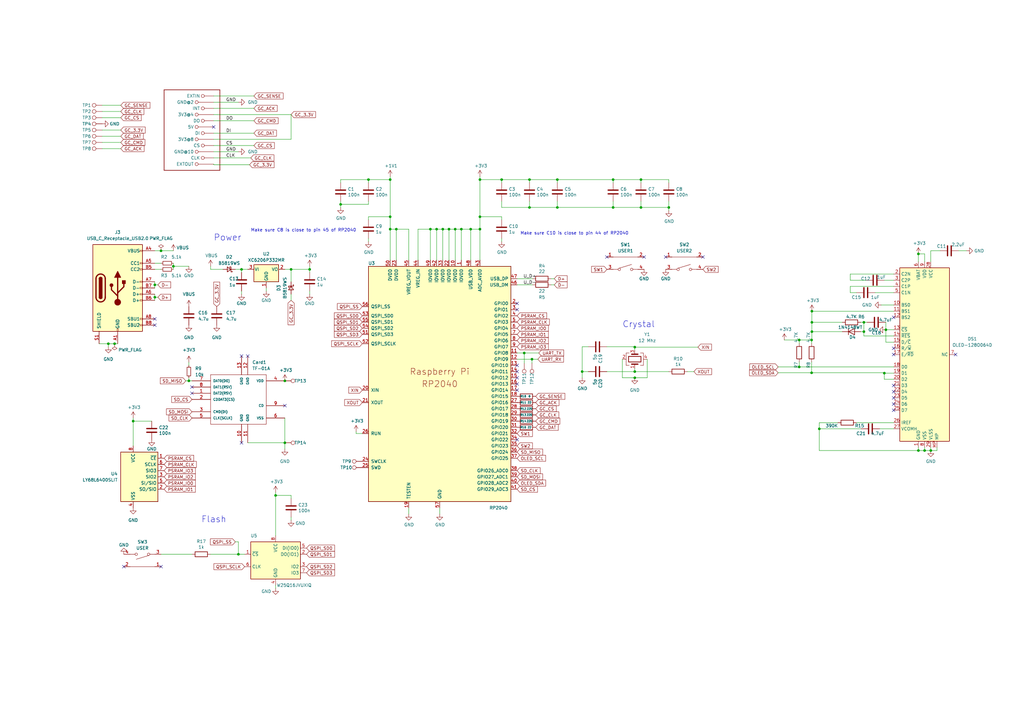
<source format=kicad_sch>
(kicad_sch (version 20250114) (generator "eeschema") (generator_version "9.0")
  (paper "A3")
  (text "Make sure C8 is close to pin 45 of RP2040" (at 102.87 95.25 0) (effects (font (size 1.27 1.27)) (justify left bottom)))
  (text "Flash" (at 82.55 214.63 0) (effects (font (size 2.54 2.54)) (justify left bottom)))
  (text "Crystal" (at 255.27 134.62 0) (effects (font (size 2.54 2.54)) (justify left bottom)))
  (text "Power" (at 87.63 99.06 0) (effects (font (size 2.54 2.54)) (justify left bottom)))
  (text "Make sure C10 is close to pin 44 of RP2040" (at 213.36 96.52 0) (effects (font (size 1.27 1.27)) (justify left bottom)))
  (junction (at 215.011 144.78))
  (junction (at 44.45 140.97))
  (junction (at 251.46 73.66))
  (junction (at 218.186 147.32))
  (junction (at 189.23 93.98))
  (junction (at 262.89 73.66))
  (junction (at 205.74 73.66))
  (junction (at 327.787 139.446))
  (junction (at 116.84 156.21))
  (junction (at 260.35 152.4))
  (junction (at 186.69 93.98))
  (junction (at 274.32 85.09))
  (junction (at 251.46 85.09))
  (junction (at 160.02 93.98))
  (junction (at 77.47 156.21))
  (junction (at 63.5 121.92))
  (junction (at 196.85 88.9))
  (junction (at 354.33 132.207))
  (junction (at 176.53 93.98))
  (junction (at 379.222 184.785))
  (junction (at 260.35 154.94))
  (junction (at 336.042 175.895))
  (junction (at 113.03 203.2))
  (junction (at 362.712 153.035))
  (junction (at 193.04 93.98))
  (junction (at 354.33 136.017))
  (junction (at 54.61 172.72))
  (junction (at 228.6 85.09))
  (junction (at 139.7 83.82))
  (junction (at 217.17 73.66))
  (junction (at 97.79 227.33))
  (junction (at 262.89 85.09))
  (junction (at 196.85 93.98))
  (junction (at 66.04 102.87))
  (junction (at 376.682 184.785))
  (junction (at 332.867 152.908))
  (junction (at 327.787 150.495))
  (junction (at 260.35 142.367))
  (junction (at 71.12 109.22))
  (junction (at 46.99 140.97))
  (junction (at 119.38 110.49))
  (junction (at 363.347 135.255))
  (junction (at 162.56 93.98))
  (junction (at 127 110.49))
  (junction (at 63.5 116.84))
  (junction (at 196.85 73.66))
  (junction (at 184.15 93.98))
  (junction (at 160.02 88.9))
  (junction (at 160.02 73.66))
  (junction (at 99.06 110.49))
  (junction (at 381.762 184.785))
  (junction (at 228.6 73.66))
  (junction (at 332.867 139.446))
  (junction (at 332.994 127.635))
  (junction (at 238.76 152.4))
  (junction (at 217.17 85.09))
  (junction (at 151.13 73.66))
  (junction (at 332.994 136.017))
  (junction (at 179.07 93.98))
  (junction (at 116.84 181.61))
  (junction (at 181.61 93.98))
  (junction (at 332.994 132.207))
  (junction (at 376.682 104.14))
  (no_connect (at 264.16 105.41))
  (no_connect (at 101.6 146.05))
  (no_connect (at 99.06 181.61))
  (no_connect (at 63.5 130.81))
  (no_connect (at 288.29 105.41))
  (no_connect (at 212.09 124.46))
  (no_connect (at 116.84 166.37))
  (no_connect (at 212.09 149.86))
  (no_connect (at 212.09 160.02))
  (no_connect (at 78.74 158.75))
  (no_connect (at 366.522 158.115))
  (no_connect (at 248.92 105.41))
  (no_connect (at 66.04 232.41))
  (no_connect (at 212.09 127))
  (no_connect (at 366.522 160.655))
  (no_connect (at 78.74 161.29))
  (no_connect (at 366.522 163.195))
  (no_connect (at 366.522 145.415))
  (no_connect (at 212.09 157.48))
  (no_connect (at 212.09 152.4))
  (no_connect (at 63.5 133.35))
  (no_connect (at 212.09 154.94))
  (no_connect (at 366.522 168.275))
  (no_connect (at 50.8 232.41))
  (no_connect (at 99.06 146.05))
  (no_connect (at 212.09 180.34))
  (no_connect (at 273.05 105.41))
  (no_connect (at 87.63 52.07))
  (no_connect (at 391.922 145.415))
  (no_connect (at 366.522 142.875))
  (no_connect (at 366.522 165.735))
  (no_connect (at 366.522 130.175))
  (wire (pts (xy 160.02 72.39) (xy 160.02 73.66)))
  (wire (pts (xy 99.06 110.49) (xy 101.6 110.49)))
  (wire (pts (xy 162.56 106.68) (xy 162.56 93.98)))
  (wire (pts (xy 181.61 106.68) (xy 181.61 93.98)))
  (wire (pts (xy 218.186 147.32) (xy 218.186 148.971)))
  (wire (pts (xy 49.53 48.26) (xy 41.91 48.26)))
  (wire (pts (xy 348.742 114.935) (xy 355.092 114.935)))
  (wire (pts (xy 327.787 148.463) (xy 327.787 150.495)))
  (wire (pts (xy 54.61 172.72) (xy 54.61 182.88)))
  (wire (pts (xy 228.6 73.66) (xy 251.46 73.66)))
  (wire (pts (xy 160.02 88.9) (xy 160.02 93.98)))
  (wire (pts (xy 54.61 172.72) (xy 62.23 172.72)))
  (wire (pts (xy 139.7 73.66) (xy 151.13 73.66)))
  (wire (pts (xy 49.53 60.96) (xy 41.91 60.96)))
  (wire (pts (xy 87.63 49.53) (xy 104.14 49.53)))
  (wire (pts (xy 362.712 152.908) (xy 362.712 153.035)))
  (wire (pts (xy 66.04 102.87) (xy 71.12 102.87)))
  (wire (pts (xy 86.36 109.22) (xy 86.36 110.49)))
  (wire (pts (xy 228.6 74.93) (xy 228.6 73.66)))
  (wire (pts (xy 381.762 183.515) (xy 381.762 184.785)))
  (wire (pts (xy 348.742 112.395) (xy 348.742 114.935)))
  (wire (pts (xy 360.807 175.895) (xy 366.522 175.895)))
  (wire (pts (xy 381.762 102.87) (xy 381.762 107.315)))
  (wire (pts (xy 151.13 73.66) (xy 160.02 73.66)))
  (wire (pts (xy 220.98 144.78) (xy 215.011 144.78)))
  (wire (pts (xy 151.13 90.17) (xy 151.13 88.9)))
  (wire (pts (xy 354.33 136.017) (xy 354.33 132.207)))
  (wire (pts (xy 205.74 74.93) (xy 205.74 73.66)))
  (wire (pts (xy 274.32 85.09) (xy 274.32 86.36)))
  (wire (pts (xy 49.53 43.18) (xy 41.91 43.18)))
  (wire (pts (xy 265.43 154.94) (xy 260.35 154.94)))
  (wire (pts (xy 376.682 104.14) (xy 376.682 107.315)))
  (wire (pts (xy 363.347 135.255) (xy 363.347 140.335)))
  (wire (pts (xy 332.994 136.017) (xy 332.994 139.446)))
  (wire (pts (xy 186.69 93.98) (xy 189.23 93.98)))
  (wire (pts (xy 116.84 181.61) (xy 116.84 184.15)))
  (wire (pts (xy 376.682 184.785) (xy 376.682 183.515)))
  (wire (pts (xy 119.38 57.15) (xy 119.38 46.99)))
  (wire (pts (xy 205.74 97.79) (xy 205.74 99.06)))
  (wire (pts (xy 362.712 153.035) (xy 362.712 155.575)))
  (wire (pts (xy 351.282 173.355) (xy 366.522 173.355)))
  (wire (pts (xy 332.994 127.635) (xy 366.522 127.635)))
  (wire (pts (xy 319.151 152.908) (xy 332.867 152.908)))
  (wire (pts (xy 49.53 45.72) (xy 41.91 45.72)))
  (wire (pts (xy 332.867 148.463) (xy 332.867 152.908)))
  (wire (pts (xy 260.35 143.51) (xy 260.35 142.367)))
  (wire (pts (xy 336.042 175.895) (xy 336.042 173.355)))
  (wire (pts (xy 184.15 106.68) (xy 184.15 93.98)))
  (wire (pts (xy 87.63 67.564) (xy 87.63 67.31)))
  (wire (pts (xy 119.38 212.09) (xy 119.38 213.36)))
  (wire (pts (xy 205.74 90.17) (xy 205.74 88.9)))
  (wire (pts (xy 151.13 97.79) (xy 151.13 99.06)))
  (wire (pts (xy 332.994 139.446) (xy 332.867 139.446)))
  (wire (pts (xy 87.63 39.37) (xy 104.14 39.37)))
  (wire (pts (xy 228.6 82.55) (xy 228.6 85.09)))
  (wire (pts (xy 348.742 120.015) (xy 351.282 120.015)))
  (wire (pts (xy 362.712 153.035) (xy 366.522 153.035)))
  (wire (pts (xy 260.35 142.367) (xy 286.258 142.367)))
  (wire (pts (xy 251.46 73.66) (xy 262.89 73.66)))
  (wire (pts (xy 49.53 58.42) (xy 41.91 58.42)))
  (wire (pts (xy 162.56 93.98) (xy 160.02 93.98)))
  (wire (pts (xy 113.03 240.03) (xy 113.03 241.3)))
  (wire (pts (xy 63.5 121.92) (xy 63.5 123.19)))
  (wire (pts (xy 49.53 53.34) (xy 41.91 53.34)))
  (wire (pts (xy 327.787 150.495) (xy 366.522 150.495)))
  (wire (pts (xy 97.79 227.33) (xy 100.33 227.33)))
  (wire (pts (xy 87.63 44.45) (xy 104.14 44.45)))
  (wire (pts (xy 196.85 73.66) (xy 196.85 88.9)))
  (wire (pts (xy 184.15 93.98) (xy 186.69 93.98)))
  (wire (pts (xy 146.05 177.8) (xy 148.59 177.8)))
  (wire (pts (xy 160.02 93.98) (xy 160.02 106.68)))
  (wire (pts (xy 384.302 183.515) (xy 384.302 184.785)))
  (wire (pts (xy 393.192 102.87) (xy 396.367 102.87)))
  (wire (pts (xy 255.27 154.94) (xy 255.27 147.32)))
  (wire (pts (xy 196.85 88.9) (xy 196.85 93.98)))
  (wire (pts (xy 146.05 177.038) (xy 146.05 177.8)))
  (wire (pts (xy 87.63 64.77) (xy 102.87 64.77)))
  (wire (pts (xy 139.7 74.93) (xy 139.7 73.66)))
  (wire (pts (xy 363.347 140.335) (xy 366.522 140.335)))
  (wire (pts (xy 381.762 184.785) (xy 379.222 184.785)))
  (wire (pts (xy 179.07 106.68) (xy 179.07 93.98)))
  (wire (pts (xy 217.17 73.66) (xy 228.6 73.66)))
  (wire (pts (xy 139.7 83.82) (xy 139.7 85.09)))
  (wire (pts (xy 281.94 152.4) (xy 284.607 152.4)))
  (wire (pts (xy 385.572 102.87) (xy 381.762 102.87)))
  (wire (pts (xy 241.3 142.24) (xy 238.76 142.24)))
  (wire (pts (xy 176.53 93.98) (xy 179.07 93.98)))
  (wire (pts (xy 265.43 147.32) (xy 265.43 154.94)))
  (wire (pts (xy 49.53 55.88) (xy 41.91 55.88)))
  (wire (pts (xy 87.63 54.61) (xy 104.14 54.61)))
  (wire (pts (xy 87.63 59.69) (xy 104.14 59.69)))
  (wire (pts (xy 220.599 147.32) (xy 218.186 147.32)))
  (wire (pts (xy 262.89 73.66) (xy 274.32 73.66)))
  (wire (pts (xy 99.06 119.38) (xy 99.06 120.65)))
  (wire (pts (xy 189.23 93.98) (xy 189.23 106.68)))
  (wire (pts (xy 40.64 140.97) (xy 44.45 140.97)))
  (wire (pts (xy 260.35 152.4) (xy 274.32 152.4)))
  (wire (pts (xy 119.38 120.65) (xy 119.38 123.19)))
  (wire (pts (xy 63.5 116.84) (xy 63.5 118.11)))
  (wire (pts (xy 87.63 62.23) (xy 97.79 62.23)))
  (wire (pts (xy 366.522 135.255) (xy 363.347 135.255)))
  (wire (pts (xy 63.5 120.65) (xy 63.5 121.92)))
  (wire (pts (xy 176.53 106.68) (xy 176.53 93.98)))
  (wire (pts (xy 167.64 106.68) (xy 167.64 93.98)))
  (wire (pts (xy 78.74 227.33) (xy 66.04 227.33)))
  (wire (pts (xy 196.85 73.66) (xy 205.74 73.66)))
  (wire (pts (xy 76.2 156.21) (xy 77.47 156.21)))
  (wire (pts (xy 139.7 82.55) (xy 139.7 83.82)))
  (wire (pts (xy 363.347 132.207) (xy 363.347 135.255)))
  (wire (pts (xy 361.442 125.095) (xy 366.522 125.095)))
  (wire (pts (xy 71.12 107.95) (xy 71.12 109.22)))
  (wire (pts (xy 119.38 204.47) (xy 119.38 203.2)))
  (wire (pts (xy 181.61 93.98) (xy 184.15 93.98)))
  (wire (pts (xy 218.186 147.32) (xy 212.09 147.32)))
  (wire (pts (xy 327.787 139.446) (xy 321.691 139.446)))
  (wire (pts (xy 63.5 110.49) (xy 66.04 110.49)))
  (wire (pts (xy 228.6 85.09) (xy 217.17 85.09)))
  (wire (pts (xy 332.867 139.446) (xy 332.867 140.843)))
  (wire (pts (xy 379.222 104.14) (xy 376.682 104.14)))
  (wire (pts (xy 238.76 152.4) (xy 238.76 154.94)))
  (wire (pts (xy 354.33 132.207) (xy 353.06 132.207)))
  (wire (pts (xy 151.13 83.82) (xy 151.13 82.55)))
  (wire (pts (xy 127 111.76) (xy 127 110.49)))
  (wire (pts (xy 180.34 208.28) (xy 180.34 210.82)))
  (wire (pts (xy 358.902 120.015) (xy 366.522 120.015)))
  (wire (pts (xy 217.17 85.09) (xy 205.74 85.09)))
  (wire (pts (xy 101.6 181.61) (xy 116.84 181.61)))
  (wire (pts (xy 44.45 140.97) (xy 44.45 142.24)))
  (wire (pts (xy 228.6 85.09) (xy 251.46 85.09)))
  (wire (pts (xy 353.187 175.895) (xy 336.042 175.895)))
  (wire (pts (xy 215.011 144.78) (xy 215.011 148.971)))
  (wire (pts (xy 262.89 74.93) (xy 262.89 73.66)))
  (wire (pts (xy 274.32 74.93) (xy 274.32 73.66)))
  (wire (pts (xy 171.45 106.68) (xy 171.45 93.98)))
  (wire (pts (xy 332.994 136.017) (xy 345.44 136.017)))
  (wire (pts (xy 366.522 117.475) (xy 348.742 117.475)))
  (wire (pts (xy 260.35 151.13) (xy 260.35 152.4)))
  (wire (pts (xy 327.787 140.843) (xy 327.787 139.446)))
  (wire (pts (xy 376.682 184.785) (xy 336.042 184.785)))
  (wire (pts (xy 196.85 93.98) (xy 196.85 106.68)))
  (wire (pts (xy 336.042 184.785) (xy 336.042 175.895)))
  (wire (pts (xy 99.06 110.49) (xy 99.06 111.76)))
  (wire (pts (xy 119.38 110.49) (xy 127 110.49)))
  (wire (pts (xy 87.63 57.15) (xy 119.38 57.15)))
  (wire (pts (xy 274.32 82.55) (xy 274.32 85.09)))
  (wire (pts (xy 193.04 93.98) (xy 196.85 93.98)))
  (wire (pts (xy 226.06 114.3) (xy 227.33 114.3)))
  (wire (pts (xy 332.994 132.207) (xy 332.994 127.635)))
  (wire (pts (xy 127 110.49) (xy 127 109.22)))
  (wire (pts (xy 196.85 88.9) (xy 205.74 88.9)))
  (wire (pts (xy 376.682 184.785) (xy 379.222 184.785)))
  (wire (pts (xy 116.84 171.45) (xy 116.84 181.61)))
  (wire (pts (xy 63.5 121.92) (xy 64.77 121.92)))
  (wire (pts (xy 215.011 144.78) (xy 212.09 144.78)))
  (wire (pts (xy 77.47 154.94) (xy 77.47 156.21)))
  (wire (pts (xy 97.79 222.25) (xy 97.79 227.33)))
  (wire (pts (xy 160.02 73.66) (xy 160.02 88.9)))
  (wire (pts (xy 179.07 93.98) (xy 181.61 93.98)))
  (wire (pts (xy 96.52 110.49) (xy 99.06 110.49)))
  (wire (pts (xy 379.222 104.14) (xy 379.222 107.315)))
  (wire (pts (xy 171.45 93.98) (xy 176.53 93.98)))
  (wire (pts (xy 251.46 82.55) (xy 251.46 85.09)))
  (wire (pts (xy 332.994 132.207) (xy 345.44 132.207)))
  (wire (pts (xy 119.38 110.49) (xy 119.38 115.57)))
  (wire (pts (xy 362.712 114.935) (xy 366.522 114.935)))
  (wire (pts (xy 217.17 74.93) (xy 217.17 73.66)))
  (wire (pts (xy 260.35 154.94) (xy 255.27 154.94)))
  (wire (pts (xy 71.12 109.22) (xy 77.47 109.22)))
  (wire (pts (xy 262.89 85.09) (xy 251.46 85.09)))
  (wire (pts (xy 332.994 132.207) (xy 332.994 136.017)))
  (wire (pts (xy 260.35 142.367) (xy 260.35 142.24)))
  (wire (pts (xy 77.47 148.59) (xy 77.47 149.86)))
  (wire (pts (xy 127 119.38) (xy 127 120.65)))
  (wire (pts (xy 193.04 106.68) (xy 193.04 93.98)))
  (wire (pts (xy 362.712 155.575) (xy 366.522 155.575)))
  (wire (pts (xy 151.13 74.93) (xy 151.13 73.66)))
  (wire (pts (xy 262.89 82.55) (xy 262.89 85.09)))
  (wire (pts (xy 186.69 106.68) (xy 186.69 93.98)))
  (wire (pts (xy 354.33 137.795) (xy 366.522 137.795)))
  (wire (pts (xy 113.03 203.2) (xy 113.03 219.71)))
  (wire (pts (xy 109.22 118.11) (xy 109.22 119.38)))
  (wire (pts (xy 77.47 156.21) (xy 78.74 156.21)))
  (wire (pts (xy 379.222 184.785) (xy 379.222 183.515)))
  (wire (pts (xy 336.042 173.355) (xy 343.662 173.355)))
  (wire (pts (xy 354.33 137.795) (xy 354.33 136.017)))
  (wire (pts (xy 327.787 139.446) (xy 332.867 139.446)))
  (wire (pts (xy 189.23 93.98) (xy 193.04 93.98)))
  (wire (pts (xy 54.61 171.45) (xy 54.61 172.72)))
  (wire (pts (xy 262.89 85.09) (xy 274.32 85.09)))
  (wire (pts (xy 366.522 112.395) (xy 348.742 112.395)))
  (wire (pts (xy 87.63 46.99) (xy 119.38 46.99)))
  (wire (pts (xy 332.867 152.908) (xy 362.712 152.908)))
  (wire (pts (xy 353.06 136.017) (xy 354.33 136.017)))
  (wire (pts (xy 71.12 109.22) (xy 71.12 110.49)))
  (wire (pts (xy 139.7 83.82) (xy 151.13 83.82)))
  (wire (pts (xy 205.74 82.55) (xy 205.74 85.09)))
  (wire (pts (xy 205.74 73.66) (xy 217.17 73.66)))
  (wire (pts (xy 87.63 41.91) (xy 97.79 41.91)))
  (wire (pts (xy 44.45 140.97) (xy 46.99 140.97)))
  (wire (pts (xy 212.09 116.84) (xy 218.44 116.84)))
  (wire (pts (xy 384.302 184.785) (xy 381.762 184.785)))
  (wire (pts (xy 196.85 72.39) (xy 196.85 73.66)))
  (wire (pts (xy 63.5 107.95) (xy 66.04 107.95)))
  (wire (pts (xy 251.46 74.93) (xy 251.46 73.66)))
  (wire (pts (xy 63.5 116.84) (xy 64.77 116.84)))
  (wire (pts (xy 86.36 227.33) (xy 97.79 227.33)))
  (wire (pts (xy 348.742 117.475) (xy 348.742 120.015)))
  (wire (pts (xy 248.92 152.4) (xy 260.35 152.4)))
  (wire (pts (xy 217.17 82.55) (xy 217.17 85.09)))
  (wire (pts (xy 167.64 93.98) (xy 162.56 93.98)))
  (wire (pts (xy 226.06 116.84) (xy 227.33 116.84)))
  (wire (pts (xy 96.52 222.25) (xy 97.79 222.25)))
  (wire (pts (xy 102.362 67.564) (xy 87.63 67.564)))
  (wire (pts (xy 151.13 88.9) (xy 160.02 88.9)))
  (wire (pts (xy 319.151 150.495) (xy 327.787 150.495)))
  (wire (pts (xy 354.33 132.207) (xy 355.6 132.207)))
  (wire (pts (xy 238.76 142.24) (xy 238.76 152.4)))
  (wire (pts (xy 86.36 110.49) (xy 91.44 110.49)))
  (wire (pts (xy 248.92 142.24) (xy 260.35 142.24)))
  (wire (pts (xy 119.38 203.2) (xy 113.03 203.2)))
  (wire (pts (xy 116.84 110.49) (xy 119.38 110.49)))
  (wire (pts (xy 63.5 102.87) (xy 66.04 102.87)))
  (wire (pts (xy 363.347 132.207) (xy 363.22 132.207)))
  (wire (pts (xy 241.3 152.4) (xy 238.76 152.4)))
  (wire (pts (xy 46.99 140.97) (xy 48.26 140.97)))
  (wire (pts (xy 113.03 201.93) (xy 113.03 203.2)))
  (wire (pts (xy 212.09 114.3) (xy 218.44 114.3)))
  (wire (pts (xy 63.5 115.57) (xy 63.5 116.84)))
  (wire (pts (xy 167.64 208.28) (xy 167.64 210.82)))
  (label "DI" (at 92.71 54.61 0))
  (label "DO" (at 92.71 49.53 0))
  (label "GND" (at 92.71 41.91 0))
  (label "U_D-" (at 214.63 116.84 0))
  (label "GND" (at 92.71 62.23 0))
  (label "U_D+" (at 214.63 114.3 0))
  (label "CLK" (at 92.71 64.77 0))
  (label "CS" (at 92.71 59.69 0))
  (global_label "XOUT" (shape input) (at 148.59 165.1 180) (property "Intersheetrefs" "${INTERSHEET_REFS}" (effects (hide yes))))
  (global_label "SD_MOSI" (shape input) (at 212.09 195.58 0) (property "Intersheetrefs" "${INTERSHEET_REFS}" (effects (hide yes))))
  (global_label "GC_3.3V" (shape input) (at 119.38 46.99 0) (property "Intersheetrefs" "${INTERSHEET_REFS}" (effects (hide yes))))
  (global_label "OLED_SDA" (shape input) (at 212.09 198.12 0) (property "Intersheetrefs" "${INTERSHEET_REFS}" (effects (hide yes))))
  (global_label "QSPI_SCLK" (shape input) (at 148.59 140.97 180) (property "Intersheetrefs" "${INTERSHEET_REFS}" (effects (hide yes))))
  (global_label "GC_ACK" (shape input) (at 49.53 60.96 0) (property "Intersheetrefs" "${INTERSHEET_REFS}" (effects (hide yes))))
  (global_label "GC_CS" (shape input) (at 49.53 48.26 0) (property "Intersheetrefs" "${INTERSHEET_REFS}" (effects (hide yes))))
  (global_label "PSRAM_IO3" (shape input) (at 212.09 142.24 0) (property "Intersheetrefs" "${INTERSHEET_REFS}" (effects (hide yes))))
  (global_label "D+" (shape input) (at 64.77 121.92 0) (property "Intersheetrefs" "${INTERSHEET_REFS}" (effects (hide yes))))
  (global_label "QSPI_SD1" (shape input) (at 148.59 132.08 180) (property "Intersheetrefs" "${INTERSHEET_REFS}" (effects (hide yes))))
  (global_label "PSRAM_IO0" (shape input) (at 67.31 198.12 0) (property "Intersheetrefs" "${INTERSHEET_REFS}" (effects (hide yes))))
  (global_label "SW2" (shape input) (at 212.09 182.88 0) (property "Intersheetrefs" "${INTERSHEET_REFS}" (effects (hide yes))))
  (global_label "PSRAM_CLK" (shape input) (at 67.31 190.5 0) (property "Intersheetrefs" "${INTERSHEET_REFS}" (effects (hide yes))))
  (global_label "PSRAM_CS" (shape input) (at 212.09 129.54 0) (property "Intersheetrefs" "${INTERSHEET_REFS}" (effects (hide yes))))
  (global_label "QSPI_SS" (shape input) (at 96.52 222.25 180) (property "Intersheetrefs" "${INTERSHEET_REFS}" (effects (hide yes))))
  (global_label "GC_SENSE" (shape input) (at 49.53 43.18 0) (property "Intersheetrefs" "${INTERSHEET_REFS}" (effects (hide yes))))
  (global_label "GC_CMD" (shape input) (at 219.71 172.72 0) (property "Intersheetrefs" "${INTERSHEET_REFS}" (effects (hide yes))))
  (global_label "QSPI_SD2" (shape input) (at 125.73 232.41 0) (property "Intersheetrefs" "${INTERSHEET_REFS}" (effects (hide yes))))
  (global_label "OLED_SCL" (shape input) (at 212.09 187.96 0) (property "Intersheetrefs" "${INTERSHEET_REFS}" (effects (hide yes))))
  (global_label "SD_MISO" (shape input) (at 76.2 156.21 180) (property "Intersheetrefs" "${INTERSHEET_REFS}" (effects (hide yes))))
  (global_label "GC_DAT" (shape input) (at 104.14 54.61 0) (property "Intersheetrefs" "${INTERSHEET_REFS}" (effects (hide yes))))
  (global_label "PSRAM_CLK" (shape input) (at 212.09 132.08 0) (property "Intersheetrefs" "${INTERSHEET_REFS}" (effects (hide yes))))
  (global_label "SD_CLK" (shape input) (at 212.09 193.04 0) (property "Intersheetrefs" "${INTERSHEET_REFS}" (effects (hide yes))))
  (global_label "GC_CLK" (shape input) (at 49.53 45.72 0) (property "Intersheetrefs" "${INTERSHEET_REFS}" (effects (hide yes))))
  (global_label "PSRAM_CS" (shape input) (at 67.31 187.96 0) (property "Intersheetrefs" "${INTERSHEET_REFS}" (effects (hide yes))))
  (global_label "QSPI_SD0" (shape input) (at 125.73 224.79 0) (property "Intersheetrefs" "${INTERSHEET_REFS}" (effects (hide yes))))
  (global_label "XIN" (shape input) (at 286.258 142.367 0) (property "Intersheetrefs" "${INTERSHEET_REFS}" (effects (hide yes))))
  (global_label "SW2" (shape input) (at 288.29 110.49 0) (property "Intersheetrefs" "${INTERSHEET_REFS}" (effects (hide yes))))
  (global_label "XIN" (shape input) (at 148.59 160.02 180) (property "Intersheetrefs" "${INTERSHEET_REFS}" (effects (hide yes))))
  (global_label "GC_SENSE" (shape input) (at 104.14 39.37 0) (property "Intersheetrefs" "${INTERSHEET_REFS}" (effects (hide yes))))
  (global_label "GC_CS" (shape input) (at 219.71 167.64 0) (property "Intersheetrefs" "${INTERSHEET_REFS}" (effects (hide yes))))
  (global_label "PSRAM_IO2" (shape input) (at 67.31 195.58 0) (property "Intersheetrefs" "${INTERSHEET_REFS}" (effects (hide yes))))
  (global_label "QSPI_SS" (shape input) (at 148.59 125.73 180) (property "Intersheetrefs" "${INTERSHEET_REFS}" (effects (hide yes))))
  (global_label "SW1" (shape input) (at 248.92 110.49 180) (property "Intersheetrefs" "${INTERSHEET_REFS}" (effects (hide yes))))
  (global_label "SD_MISO" (shape input) (at 212.09 185.42 0) (property "Intersheetrefs" "${INTERSHEET_REFS}" (effects (hide yes))))
  (global_label "PSRAM_IO2" (shape input) (at 212.09 139.7 0) (property "Intersheetrefs" "${INTERSHEET_REFS}" (effects (hide yes))))
  (global_label "SW1" (shape input) (at 212.09 177.8 0) (property "Intersheetrefs" "${INTERSHEET_REFS}" (effects (hide yes))))
  (global_label "OLED_SDA" (shape input) (at 319.151 152.908 180) (property "Intersheetrefs" "${INTERSHEET_REFS}" (effects (hide yes))))
  (global_label "QSPI_SD3" (shape input) (at 125.73 234.95 0) (property "Intersheetrefs" "${INTERSHEET_REFS}" (effects (hide yes))))
  (global_label "GC_CLK" (shape input) (at 102.87 64.77 0) (property "Intersheetrefs" "${INTERSHEET_REFS}" (effects (hide yes))))
  (global_label "PSRAM_IO1" (shape input) (at 67.31 200.66 0) (property "Intersheetrefs" "${INTERSHEET_REFS}" (effects (hide yes))))
  (global_label "SD_CLK" (shape input) (at 78.74 171.45 180) (property "Intersheetrefs" "${INTERSHEET_REFS}" (effects (hide yes))))
  (global_label "PSRAM_IO1" (shape input) (at 212.09 137.16 0) (property "Intersheetrefs" "${INTERSHEET_REFS}" (effects (hide yes))))
  (global_label "GC_CMD" (shape input) (at 104.14 49.53 0) (property "Intersheetrefs" "${INTERSHEET_REFS}" (effects (hide yes))))
  (global_label "UART_TX" (shape input) (at 220.98 144.78 0) (property "Intersheetrefs" "${INTERSHEET_REFS}" (effects (hide yes))))
  (global_label "GC_3.3V" (shape input) (at 102.362 67.564 0) (property "Intersheetrefs" "${INTERSHEET_REFS}" (effects (hide yes))))
  (global_label "PSRAM_IO3" (shape input) (at 67.31 193.04 0) (property "Intersheetrefs" "${INTERSHEET_REFS}" (effects (hide yes))))
  (global_label "GC_DAT" (shape input) (at 219.71 175.26 0) (property "Intersheetrefs" "${INTERSHEET_REFS}" (effects (hide yes))))
  (global_label "SD_CS" (shape input) (at 78.74 163.83 180) (property "Intersheetrefs" "${INTERSHEET_REFS}" (effects (hide yes))))
  (global_label "SD_CS" (shape input) (at 212.09 200.66 0) (property "Intersheetrefs" "${INTERSHEET_REFS}" (effects (hide yes))))
  (global_label "GC_CS" (shape input) (at 104.14 59.69 0) (property "Intersheetrefs" "${INTERSHEET_REFS}" (effects (hide yes))))
  (global_label "QSPI_SD1" (shape input) (at 125.73 227.33 0) (property "Intersheetrefs" "${INTERSHEET_REFS}" (effects (hide yes))))
  (global_label "GC_3.3V" (shape input) (at 88.9 125.73 90) (property "Intersheetrefs" "${INTERSHEET_REFS}" (effects (hide yes))))
  (global_label "GC_ACK" (shape input) (at 104.14 44.45 0) (property "Intersheetrefs" "${INTERSHEET_REFS}" (effects (hide yes))))
  (global_label "GC_3.3V" (shape input) (at 119.38 123.19 270) (property "Intersheetrefs" "${INTERSHEET_REFS}" (effects (hide yes))))
  (global_label "GC_CLK" (shape input) (at 219.71 170.18 0) (property "Intersheetrefs" "${INTERSHEET_REFS}" (effects (hide yes))))
  (global_label "QSPI_SCLK" (shape input) (at 100.33 232.41 180) (property "Intersheetrefs" "${INTERSHEET_REFS}" (effects (hide yes))))
  (global_label "D-" (shape input) (at 227.33 116.84 0) (property "Intersheetrefs" "${INTERSHEET_REFS}" (effects (hide yes))))
  (global_label "QSPI_SD2" (shape input) (at 148.59 134.62 180) (property "Intersheetrefs" "${INTERSHEET_REFS}" (effects (hide yes))))
  (global_label "GC_SENSE" (shape input) (at 219.71 162.56 0) (property "Intersheetrefs" "${INTERSHEET_REFS}" (effects (hide yes))))
  (global_label "UART_RX" (shape input) (at 220.599 147.32 0) (property "Intersheetrefs" "${INTERSHEET_REFS}" (effects (hide yes))))
  (global_label "QSPI_SD0" (shape input) (at 148.59 129.54 180) (property "Intersheetrefs" "${INTERSHEET_REFS}" (effects (hide yes))))
  (global_label "OLED_SCL" (shape input) (at 319.151 150.495 180) (property "Intersheetrefs" "${INTERSHEET_REFS}" (effects (hide yes))))
  (global_label "GC_ACK" (shape input) (at 219.71 165.1 0) (property "Intersheetrefs" "${INTERSHEET_REFS}" (effects (hide yes))))
  (global_label "GC_CMD" (shape input) (at 49.53 58.42 0) (property "Intersheetrefs" "${INTERSHEET_REFS}" (effects (hide yes))))
  (global_label "GC_3.3V" (shape input) (at 49.53 53.34 0) (property "Intersheetrefs" "${INTERSHEET_REFS}" (effects (hide yes))))
  (global_label "QSPI_SD3" (shape input) (at 148.59 137.16 180) (property "Intersheetrefs" "${INTERSHEET_REFS}" (effects (hide yes))))
  (global_label "GC_DAT" (shape input) (at 49.53 55.88 0) (property "Intersheetrefs" "${INTERSHEET_REFS}" (effects (hide yes))))
  (global_label "D-" (shape input) (at 64.77 116.84 0) (property "Intersheetrefs" "${INTERSHEET_REFS}" (effects (hide yes))))
  (global_label "XOUT" (shape input) (at 284.607 152.4 0) (property "Intersheetrefs" "${INTERSHEET_REFS}" (effects (hide yes))))
  (global_label "PSRAM_IO0" (shape input) (at 212.09 134.62 0) (property "Intersheetrefs" "${INTERSHEET_REFS}" (effects (hide yes))))
  (global_label "D+" (shape input) (at 227.33 114.3 0) (property "Intersheetrefs" "${INTERSHEET_REFS}" (effects (hide yes))))
  (global_label "SD_MOSI" (shape input) (at 78.74 168.91 180) (property "Intersheetrefs" "${INTERSHEET_REFS}" (effects (hide yes))))
  (symbol (lib_id "Library:GND") (at 77.47 133.35 0) (unit 1)
    (property "Reference" "#PWR026" (effects (hide yes)))
    (property "Value" "GND" (at 77.47 138.43 0))
  )
  (symbol (lib_id "Library:GND") (at 151.13 99.06 0) (unit 1)
    (property "Reference" "#PWR010" (effects (hide yes)))
    (property "Value" "GND" (at 151.257 103.4542 0))
  )
  (symbol (lib_id "Library:C") (at 274.32 78.74 0) (unit 1)
    (property "Reference" "C8" (at 277.241 77.5716 0) (effects (justify left)))
    (property "Value" "100n" (at 277.241 79.883 0) (effects (justify left)))
    (property "Footprint" "Capacitor_SMD:C_0402_1005Metric" (effects (hide yes)))
    (property "LCSC" "C1525" (effects (hide yes)))
  )
  (symbol (lib_id "Library:+3V3") (at 54.61 171.45 0) (unit 1)
    (property "Reference" "#PWR035" (effects (hide yes)))
    (property "Value" "+3V3" (at 54.991 167.0558 0))
  )
  (symbol (lib_id "Library:C") (at 119.38 208.28 0) (unit 1)
    (property "Reference" "C23" (at 122.301 207.1116 0) (effects (justify left)))
    (property "Value" "100n" (at 122.301 209.423 0) (effects (justify left)))
    (property "Footprint" "Capacitor_SMD:C_0402_1005Metric" (effects (hide yes)))
    (property "LCSC" "C1525" (effects (hide yes)))
  )
  (symbol (lib_id "Library:TF-01A") (at 97.79 163.83 0) (unit 1)
    (property "Reference" "Card1" (at 103.4657 148.59 0) (effects (justify left)))
    (property "Value" "TF-01A" (at 103.4657 151.13 0) (effects (justify left)))
    (property "Footprint" "Library:TF-SMD_TF-01A" (effects (hide yes)))
    (property "Datasheet" "http://www.szlcsc.com/product/details_92334.html" (effects (hide yes)))
    (property "SuppliersPartNumber" "C91145" (effects (hide yes)))
    (property "uuid" "std:3d240747a85043e08408d9845ebe7995" (effects (hide yes)))
    (property "LCSC" "C91145" (effects (hide yes)))
  )
  (symbol (lib_id "Library:OLED-128O064D") (at 379.222 145.415 0) (unit 1)
    (property "Reference" "DS1" (at 398.78 138.9948 0))
    (property "Value" "OLED-128O064D" (at 398.78 141.5348 0))
    (property "Footprint" "Library:GC_OLED_096" (effects (hide yes)))
    (property "Datasheet" "https://www.vishay.com/docs/37902/oled128o064dbpp3n00000.pdf" (effects (hide yes)))
  )
  (symbol (lib_id "Library:TestPoint") (at 148.59 191.77 90) (unit 1)
    (property "Reference" "TP10" (at 141.986 191.77 90))
    (property "Value" "TestPoint" (effects (hide yes)))
    (property "Footprint" "TestPoint:TestPoint_Pad_D1.0mm" (effects (hide yes)))
    (property "Description" "test point" (effects (hide yes)))
  )
  (symbol (lib_id "Library:R") (at 349.25 132.207 90) (unit 1)
    (property "Reference" "R6" (at 353.314 129.921 90))
    (property "Value" "4.7K" (at 349.25 129.921 90))
    (property "Footprint" "Resistor_SMD:R_0402_1005Metric" (effects (hide yes)))
    (property "LCSC" " " (effects (hide yes)))
  )
  (symbol (lib_id "Library:R") (at 327.787 144.653 0) (unit 1)
    (property "Reference" "R7" (at 326.517 149.733 90))
    (property "Value" "4.7K" (at 326.517 138.303 90))
    (property "Footprint" "Resistor_SMD:R_0402_1005Metric" (effects (hide yes)))
    (property "LCSC" " " (effects (hide yes)))
  )
  (symbol (lib_id "Library:+3V3") (at 116.84 156.21 0) (unit 1)
    (property "Reference" "#PWR034" (effects (hide yes)))
    (property "Value" "+3V3" (at 117.221 151.8158 0))
  )
  (symbol (lib_id "Library:GND") (at 119.38 213.36 0) (unit 1)
    (property "Reference" "#PWR046" (effects (hide yes)))
    (property "Value" "GND" (at 123.19 214.63 0))
  )
  (symbol (lib_id "Library:GND") (at 113.03 241.3 0) (unit 1)
    (property "Reference" "#PWR050" (effects (hide yes)))
    (property "Value" "GND" (at 109.22 242.57 0))
  )
  (symbol (lib_id "Library:TestPoint") (at 41.91 60.96 90) (unit 1)
    (property "Reference" "TP8" (at 35.56 60.96 90))
    (property "Value" "TestPoint" (effects (hide yes)))
    (property "Footprint" "TestPoint:TestPoint_Pad_D1.0mm" (effects (hide yes)))
  )
  (symbol (lib_id "Library:TestPoint") (at 41.91 58.42 90) (unit 1)
    (property "Reference" "TP7" (at 35.56 58.42 90))
    (property "Value" "TestPoint" (effects (hide yes)))
    (property "Footprint" "TestPoint:TestPoint_Pad_D1.0mm" (effects (hide yes)))
  )
  (symbol (lib_id "Library:TestPoint") (at 41.91 45.72 90) (unit 1)
    (property "Reference" "TP2" (at 35.56 45.72 90))
    (property "Value" "TestPoint" (effects (hide yes)))
    (property "Footprint" "TestPoint:TestPoint_Pad_D1.0mm" (effects (hide yes)))
  )
  (symbol (lib_id "Library:R_Small") (at 68.58 107.95 90) (unit 1)
    (property "Reference" "R2" (at 67.31 105.41 90))
    (property "Value" "5.1k" (at 72.39 105.41 90))
    (property "Footprint" "Resistor_SMD:R_0402_1005Metric" (effects (hide yes)))
    (property "LCSC" "C25905" (effects (hide yes)))
  )
  (symbol (lib_id "Library:R") (at 215.9 170.18 270) (unit 1)
    (property "Reference" "R13" (at 214.63 170.18 90) (effects (font (size 0.8 0.8))))
    (property "Value" "220" (at 217.17 170.18 90) (effects (font (size 0.8 0.8))))
    (property "Footprint" "Resistor_SMD:R_0402_1005Metric" (effects (hide yes)))
    (property "LCSC" "C25091" (effects (hide yes)))
  )
  (symbol (lib_id "Library:GND") (at 50.8 227.33 180) (unit 1)
    (property "Reference" "#PWR03" (effects (hide yes)))
    (property "Value" "GND" (at 50.8 223.52 0))
  )
  (symbol (lib_id "Library:GND") (at 274.32 86.36 0) (unit 1)
    (property "Reference" "#PWR09" (effects (hide yes)))
    (property "Value" "GND" (at 274.447 90.7542 0))
  )
  (symbol (lib_id "Library:+3V3") (at 77.47 148.59 0) (unit 1)
    (property "Reference" "#PWR031" (effects (hide yes)))
    (property "Value" "+3V3" (at 77.47 143.51 0))
  )
  (symbol (lib_id "Library:C") (at 228.6 78.74 0) (unit 1)
    (property "Reference" "C5" (at 231.521 77.5716 0) (effects (justify left)))
    (property "Value" "100n" (at 231.521 79.883 0) (effects (justify left)))
    (property "Footprint" "Capacitor_SMD:C_0402_1005Metric" (effects (hide yes)))
    (property "LCSC" "C1525" (effects (hide yes)))
  )
  (symbol (lib_id "Library:+3V3") (at 146.05 177.038 0) (unit 1)
    (property "Reference" "#PWR036" (effects (hide yes)))
    (property "Value" "+3V3" (at 146.431 172.6438 0))
  )
  (symbol (lib_id "Library:GND") (at 264.16 110.49 0) (unit 1)
    (property "Reference" "#PWR018" (effects (hide yes)))
    (property "Value" "GND" (at 264.16 114.3 0))
  )
  (symbol (lib_id "Library:GND") (at 44.45 142.24 0) (unit 1)
    (property "Reference" "#PWR030" (effects (hide yes)))
    (property "Value" "GND" (at 44.45 147.32 0))
  )
  (symbol (lib_id "Library:GND") (at 205.74 99.06 0) (unit 1)
    (property "Reference" "#PWR011" (effects (hide yes)))
    (property "Value" "GND" (at 205.867 103.4542 0))
  )
  (symbol (lib_id "Library:GND") (at 363.347 135.255 270) (unit 1)
    (property "Reference" "#PWR028" (effects (hide yes)))
    (property "Value" "GND" (at 360.172 135.2549 90) (effects (justify right)))
  )
  (symbol (lib_id "Library:D_Schottky_Small") (at 93.98 110.49 180) (unit 1)
    (property "Reference" "D2" (at 93.98 105.41 0))
    (property "Value" "B5819WS" (at 93.98 107.95 0))
    (property "Footprint" "Diode_SMD:D_SOD-323" (effects (hide yes)))
    (property "LCSC" "C191023" (effects (hide yes)))
  )
  (symbol (lib_id "Library:GND") (at 361.442 125.095 270) (unit 1)
    (property "Reference" "#PWR023" (effects (hide yes)))
    (property "Value" "GND" (at 357.632 125.0949 90) (effects (justify right)))
  )
  (symbol (lib_id "Library:C") (at 251.46 78.74 0) (unit 1)
    (property "Reference" "C6" (at 254.381 77.5716 0) (effects (justify left)))
    (property "Value" "100n" (at 254.381 79.883 0) (effects (justify left)))
    (property "Footprint" "Capacitor_SMD:C_0402_1005Metric" (effects (hide yes)))
    (property "LCSC" "C1525" (effects (hide yes)))
  )
  (symbol (lib_id "Library:+3V3") (at 332.994 127.635 0) (unit 1)
    (property "Reference" "#PWR025" (effects (hide yes)))
    (property "Value" "+3V3" (at 333.375 123.2408 0))
  )
  (symbol (lib_id "Library:TS24CA") (at 256.54 107.95 0) (unit 1)
    (property "Reference" "SW1" (at 256.54 100.33 0))
    (property "Value" "USER1" (at 256.54 102.87 0))
    (property "Footprint" "Library:SW-SMD_TS24CA" (effects (hide yes)))
    (property "Datasheet" "http://www.szlcsc.com/product/details_372554.html" (effects (hide yes)))
    (property "SuppliersPartNumber" "C393942" (effects (hide yes)))
    (property "uuid" "std:011ee46cdc964900a13c320feaf84dfd" (effects (hide yes)))
    (property "LCSC" "C393942" (effects (hide yes)))
  )
  (symbol (lib_id "Library:R") (at 82.55 227.33 270) (unit 1)
    (property "Reference" "R17" (at 82.55 222.0722 90))
    (property "Value" "1k" (at 82.55 224.3836 90))
    (property "Footprint" "Resistor_SMD:R_0402_1005Metric" (effects (hide yes)))
    (property "LCSC" "C11702" (effects (hide yes)))
  )
  (symbol (lib_id "Library:R") (at 332.867 144.653 0) (unit 1)
    (property "Reference" "R8" (at 331.597 149.733 90))
    (property "Value" "4.7K" (at 331.597 138.303 90))
    (property "Footprint" "Resistor_SMD:R_0402_1005Metric" (effects (hide yes)))
    (property "LCSC" " " (effects (hide yes)))
  )
  (symbol (lib_id "Library:GND") (at 139.7 85.09 0) (unit 1)
    (property "Reference" "#PWR08" (effects (hide yes)))
    (property "Value" "GND" (at 139.827 89.4842 0))
  )
  (symbol (lib_id "Library:TestPoint") (at 116.84 181.61 270) (unit 1)
    (property "Reference" "TP14" (at 123.19 181.61 90))
    (property "Value" "TestPoint" (effects (hide yes)))
    (property "Footprint" "TestPoint:TestPoint_Pad_D1.0mm" (effects (hide yes)))
    (property "Description" "test point" (effects (hide yes)))
  )
  (symbol (lib_id "Library:TestPoint") (at 215.011 148.971 180) (unit 1)
    (property "Reference" "TP11" (at 215.011 155.321 90))
    (property "Value" "TestPoint" (effects (hide yes)))
    (property "Footprint" "TestPoint:TestPoint_Pad_D1.0mm" (effects (hide yes)))
    (property "Description" "test point" (effects (hide yes)))
  )
  (symbol (lib_id "Library:D_Schottky_Small") (at 119.38 118.11 270) (unit 1)
    (property "Reference" "D3" (at 114.3 118.11 0))
    (property "Value" "B5819WS" (at 116.84 118.11 0))
    (property "Footprint" "Diode_SMD:D_SOD-323" (effects (hide yes)))
    (property "LCSC" "C191023" (effects (hide yes)))
  )
  (symbol (lib_id "Library:C") (at 262.89 78.74 0) (unit 1)
    (property "Reference" "C7" (at 265.811 77.5716 0) (effects (justify left)))
    (property "Value" "100n" (at 265.811 79.883 0) (effects (justify left)))
    (property "Footprint" "Capacitor_SMD:C_0402_1005Metric" (effects (hide yes)))
    (property "LCSC" "C1525" (effects (hide yes)))
  )
  (symbol (lib_id "Library:C") (at 151.13 78.74 0) (unit 1)
    (property "Reference" "C2" (at 154.051 77.5716 0) (effects (justify left)))
    (property "Value" "100n" (at 154.051 79.883 0) (effects (justify left)))
    (property "Footprint" "Capacitor_SMD:C_0402_1005Metric" (effects (hide yes)))
    (property "LCSC" "C1525" (effects (hide yes)))
  )
  (symbol (lib_id "Library:+3V3") (at 127 109.22 0) (unit 1)
    (property "Reference" "#PWR017" (effects (hide yes)))
    (property "Value" "+3V3" (at 127.381 104.8258 0))
  )
  (symbol (lib_id "Library:USB_C_Receptacle_USB2.0") (at 48.26 118.11 0) (unit 1)
    (property "Reference" "J3" (at 48.26 95.25 0))
    (property "Value" "USB_C_Receptacle_USB2.0" (at 48.26 97.79 0))
    (property "Footprint" "Connector_USB:USB_C_Receptacle_HRO_TYPE-C-31-M-12" (effects (hide yes)))
    (property "Datasheet" "https://www.usb.org/sites/default/files/documents/usb_type-c.zip" (effects (hide yes)))
    (property "LCSC" "C2765186" (effects (hide yes)))
  )
  (symbol (lib_id "Library:GND") (at 180.34 210.82 0) (unit 1)
    (property "Reference" "#PWR045" (effects (hide yes)))
    (property "Value" "GND" (at 180.467 215.2142 0))
  )
  (symbol (lib_id "Library:C") (at 355.092 120.015 90) (unit 1)
    (property "Reference" "C15" (at 353.187 121.92 90) (effects (justify left)))
    (property "Value" "1uF" (at 360.807 121.92 90) (effects (justify left)))
    (property "Footprint" "Capacitor_SMD:C_0402_1005Metric" (effects (hide yes)))
    (property "LCSC" " " (effects (hide yes)))
  )
  (symbol (lib_id "Library:R") (at 215.9 162.56 270) (unit 1)
    (property "Reference" "R18" (at 214.63 162.56 90) (effects (font (size 0.8 0.8))))
    (property "Value" "0" (at 217.17 162.56 90) (effects (font (size 0.8 0.8))))
    (property "Footprint" "Resistor_SMD:R_0402_1005Metric" (effects (hide yes)))
    (property "LCSC" "C25092" (effects (hide yes)))
  )
  (symbol (lib_id "Library:GND") (at 109.22 119.38 0) (unit 1)
    (property "Reference" "#PWR020" (effects (hide yes)))
    (property "Value" "GND" (at 109.22 123.19 0))
  )
  (symbol (lib_id "Library:C") (at 77.47 129.54 180) (unit 1)
    (property "Reference" "C16" (at 81.28 128.2699 0) (effects (justify right)))
    (property "Value" "4.7u" (at 81.28 130.8099 0) (effects (justify right)))
    (property "Footprint" "Capacitor_SMD:C_0603_1608Metric" (effects (hide yes)))
    (property "LCSC" "C23733" (effects (hide yes)))
  )
  (symbol (lib_id "Library:C") (at 245.11 142.24 270) (unit 1)
    (property "Reference" "C19" (at 246.2784 145.161 0) (effects (justify left)))
    (property "Value" "5p" (at 243.967 145.161 0) (effects (justify left)))
    (property "Footprint" "Capacitor_SMD:C_0402_1005Metric" (effects (hide yes)))
    (property "LCSC" "C1570" (effects (hide yes)))
  )
  (symbol (lib_id "Library:R") (at 215.9 167.64 270) (unit 1)
    (property "Reference" "R12" (at 214.63 167.64 90) (effects (font (size 0.8 0.8))))
    (property "Value" "220" (at 217.17 167.64 90) (effects (font (size 0.8 0.8))))
    (property "Footprint" "Resistor_SMD:R_0402_1005Metric" (effects (hide yes)))
    (property "LCSC" "C25091" (effects (hide yes)))
  )
  (symbol (lib_id "Library:R") (at 222.25 114.3 270) (unit 1)
    (property "Reference" "R4" (at 222.25 109.0422 90))
    (property "Value" "22" (at 222.25 111.3536 90))
    (property "Footprint" "Resistor_SMD:R_0402_1005Metric" (effects (hide yes)))
    (property "LCSC" "C25092" (effects (hide yes)))
  )
  (symbol (lib_id "Library:GND") (at 97.79 62.23 90) (mirror x) (unit 1)
    (property "Reference" "#PWR01" (effects (hide yes)))
    (property "Value" "GND" (at 101.6 62.2301 90) (effects (justify right)))
  )
  (symbol (lib_id "Library:TestPoint") (at 41.91 48.26 90) (unit 1)
    (property "Reference" "TP3" (at 35.56 48.26 90))
    (property "Value" "TestPoint" (effects (hide yes)))
    (property "Footprint" "TestPoint:TestPoint_Pad_D1.0mm" (effects (hide yes)))
  )
  (symbol (lib_id "Library:+1V1") (at 160.02 72.39 0) (unit 1)
    (property "Reference" "#PWR04" (effects (hide yes)))
    (property "Value" "+1V1" (at 160.401 67.9958 0))
  )
  (symbol (lib_id "Library:GND") (at 116.84 184.15 0) (unit 1)
    (property "Reference" "#PWR040" (effects (hide yes)))
    (property "Value" "GND" (at 116.84 189.23 0))
  )
  (symbol (lib_id "Library:C") (at 151.13 93.98 0) (unit 1)
    (property "Reference" "C9" (at 154.051 92.8116 0) (effects (justify left)))
    (property "Value" "1u" (at 154.051 95.123 0) (effects (justify left)))
    (property "Footprint" "Capacitor_SMD:C_0402_1005Metric" (effects (hide yes)))
    (property "LCSC" "C52923" (effects (hide yes)))
  )
  (symbol (lib_id "Library:TestPoint") (at 218.186 148.971 180) (unit 1)
    (property "Reference" "TP12" (at 218.186 155.321 90))
    (property "Value" "TestPoint" (effects (hide yes)))
    (property "Footprint" "TestPoint:TestPoint_Pad_D1.0mm" (effects (hide yes)))
    (property "Description" "test point" (effects (hide yes)))
  )
  (symbol (lib_id "Library:+3V3") (at 376.682 104.14 0) (unit 1)
    (property "Reference" "#PWR014" (effects (hide yes)))
    (property "Value" "+3V3" (at 377.063 99.7458 0))
  )
  (symbol (lib_id "Library:GND") (at 62.23 180.34 0) (unit 1)
    (property "Reference" "#PWR038" (effects (hide yes)))
    (property "Value" "GND" (at 62.23 184.15 0))
  )
  (symbol (lib_id "Library:TS24CA") (at 280.67 107.95 0) (unit 1)
    (property "Reference" "SW2" (at 280.67 100.33 0))
    (property "Value" "USER2" (at 280.67 102.87 0))
    (property "Footprint" "Library:SW-SMD_TS24CA" (effects (hide yes)))
    (property "Datasheet" "http://www.szlcsc.com/product/details_372554.html" (effects (hide yes)))
    (property "SuppliersPartNumber" "C393942" (effects (hide yes)))
    (property "uuid" "std:011ee46cdc964900a13c320feaf84dfd" (effects (hide yes)))
    (property "LCSC" "C393942" (effects (hide yes)))
  )
  (symbol (lib_id "Library:TestPoint") (at 148.59 189.23 90) (unit 1)
    (property "Reference" "TP9" (at 142.24 189.23 90))
    (property "Value" "TestPoint" (effects (hide yes)))
    (property "Footprint" "TestPoint:TestPoint_Pad_D1.0mm" (effects (hide yes)))
    (property "Description" "test point" (effects (hide yes)))
  )
  (symbol (lib_id "Library:R") (at 278.13 152.4 270) (unit 1)
    (property "Reference" "R10" (at 278.13 147.1422 90))
    (property "Value" "1k" (at 278.13 149.4536 90))
    (property "Footprint" "Resistor_SMD:R_0402_1005Metric" (effects (hide yes)))
    (property "LCSC" "C11702" (effects (hide yes)))
  )
  (symbol (lib_id "Library:C") (at 99.06 115.57 0) (unit 1)
    (property "Reference" "C13" (at 93.98 114.3 0) (effects (justify left)))
    (property "Value" "1u" (at 93.98 116.84 0) (effects (justify left)))
    (property "Footprint" "Capacitor_SMD:C_0402_1005Metric" (effects (hide yes)))
    (property "LCSC" "C52923" (effects (hide yes)))
  )
  (symbol (lib_id "Library:GC_MEMCARD") (at 77.47 54.61 270) (mirror x) (unit 1)
    (property "Reference" "J2" (effects (hide yes)))
    (property "Footprint" "Library:GC_MEMCARD" (effects (hide yes)))
  )
  (symbol (lib_id "Library:TestPoint") (at 41.91 43.18 90) (unit 1)
    (property "Reference" "TP1" (at 35.56 43.18 90))
    (property "Value" "TestPoint" (effects (hide yes)))
    (property "Footprint" "TestPoint:TestPoint_Pad_D1.0mm" (effects (hide yes)))
  )
  (symbol (lib_id "Library:PWR_FLAG") (at 46.99 140.97 180) (unit 1)
    (property "Reference" "#FLG02" (effects (hide yes)))
    (property "Value" "PWR_FLAG" (at 53.34 143.51 0))
  )
  (symbol (lib_id "Library:GND") (at 97.79 41.91 90) (mirror x) (unit 1)
    (property "Reference" "#PWR02" (effects (hide yes)))
    (property "Value" "GND" (at 101.6 41.9101 90) (effects (justify right)))
  )
  (symbol (lib_id "Library:TS24CA") (at 58.42 229.87 180) (unit 1)
    (property "Reference" "SW3" (at 58.42 222.25 0))
    (property "Value" "USER" (at 58.42 224.79 0))
    (property "Footprint" "Library:SW-SMD_TS24CA" (effects (hide yes)))
    (property "Datasheet" "http://www.szlcsc.com/product/details_372554.html" (effects (hide yes)))
    (property "SuppliersPartNumber" "C393942" (effects (hide yes)))
    (property "uuid" "std:011ee46cdc964900a13c320feaf84dfd" (effects (hide yes)))
    (property "LCSC" "C393942" (effects (hide yes)))
  )
  (symbol (lib_id "Library:GND") (at 41.91 50.8 90) (unit 1)
    (property "Reference" "#PWR07" (effects (hide yes)))
    (property "Value" "GND" (at 46.99 50.8 90))
  )
  (symbol (lib_id "Library:+3V3") (at 321.691 139.446 0) (unit 1)
    (property "Reference" "#PWR029" (effects (hide yes)))
    (property "Value" "+3V3" (at 322.072 135.0518 0))
  )
  (symbol (lib_id "Library:1N4148WS") (at 349.25 136.017 0) (unit 1)
    (property "Reference" "D4" (at 349.631 138.303 0))
    (property "Value" "1N4148WT" (at 348.742 134.239 0))
    (property "Footprint" "Diode_SMD:D_SOD-523" (effects (hide yes)))
    (property "Sim.Device" "D" (effects (hide yes)))
    (property "Sim.Pins" "1=K 2=A" (effects (hide yes)))
  )
  (symbol (lib_id "Library:GND") (at 54.61 208.28 0) (unit 1)
    (property "Reference" "#PWR043" (effects (hide yes)))
    (property "Value" "GND" (at 54.61 213.36 0))
  )
  (symbol (lib_id "Library:C") (at 205.74 93.98 0) (unit 1)
    (property "Reference" "C10" (at 208.661 92.8116 0) (effects (justify left)))
    (property "Value" "1u" (at 208.661 95.123 0) (effects (justify left)))
    (property "Footprint" "Capacitor_SMD:C_0402_1005Metric" (effects (hide yes)))
    (property "LCSC" "C52923" (effects (hide yes)))
  )
  (symbol (lib_id "Library:GND") (at 167.64 210.82 0) (unit 1)
    (property "Reference" "#PWR044" (effects (hide yes)))
    (property "Value" "GND" (at 167.767 215.2142 0))
  )
  (symbol (lib_id "Library:PWR_FLAG") (at 66.04 102.87 0) (unit 1)
    (property "Reference" "#FLG01" (effects (hide yes)))
    (property "Value" "PWR_FLAG" (at 66.04 97.79 0))
  )
  (symbol (lib_id "Library:C") (at 205.74 78.74 0) (unit 1)
    (property "Reference" "C3" (at 208.661 77.5716 0) (effects (justify left)))
    (property "Value" "100n" (at 208.661 79.883 0) (effects (justify left)))
    (property "Footprint" "Capacitor_SMD:C_0402_1005Metric" (effects (hide yes)))
    (property "LCSC" "C1525" (effects (hide yes)))
  )
  (symbol (lib_id "Library:R_Small") (at 68.58 110.49 270) (unit 1)
    (property "Reference" "R3" (at 67.31 113.03 90))
    (property "Value" "5.1k" (at 72.39 113.03 90))
    (property "Footprint" "Resistor_SMD:R_0402_1005Metric" (effects (hide yes)))
    (property "LCSC" "C25905" (effects (hide yes)))
  )
  (symbol (lib_id "Library:C") (at 245.11 152.4 270) (unit 1)
    (property "Reference" "C20" (at 246.2784 155.321 0) (effects (justify left)))
    (property "Value" "5p" (at 243.967 155.321 0) (effects (justify left)))
    (property "Footprint" "Capacitor_SMD:C_0402_1005Metric" (effects (hide yes)))
    (property "LCSC" "C1570" (effects (hide yes)))
  )
  (symbol (lib_id "Library:GND") (at 77.47 109.22 0) (unit 1)
    (property "Reference" "#PWR015" (effects (hide yes)))
    (property "Value" "GND" (at 77.47 113.03 0))
  )
  (symbol (lib_id "Library:W25Q128JVS") (at 113.03 229.87 0) (unit 1)
    (property "Reference" "U5" (at 104.14 219.71 0))
    (property "Value" "W25Q16JVUXIQ" (at 120.65 240.03 0))
    (property "Footprint" "Library:USON-8_2x3mm_P0.5mm" (effects (hide yes)))
    (property "Datasheet" "http://www.winbond.com/resource-files/w25q128jv_dtr%20revc%2003272018%20plus.pdf" (effects (hide yes)))
    (property "LCSC" "C97521" (effects (hide yes)))
    (property "JLCPCB_CORRECTION" "0;0;270" (effects (hide yes)))
  )
  (symbol (lib_id "Library:TestPoint") (at 116.84 156.21 270) (unit 1)
    (property "Reference" "TP13" (at 123.19 156.21 90))
    (property "Value" "TestPoint" (effects (hide yes)))
    (property "Footprint" "TestPoint:TestPoint_Pad_D1.0mm" (effects (hide yes)))
    (property "Description" "test point" (effects (hide yes)))
  )
  (symbol (lib_id "Library:R") (at 215.9 165.1 270) (unit 1)
    (property "Reference" "R11" (at 214.63 165.1 90) (effects (font (size 0.8 0.8))))
    (property "Value" "22" (at 217.17 165.1 90) (effects (font (size 0.8 0.8))))
    (property "Footprint" "Resistor_SMD:R_0402_1005Metric" (effects (hide yes)))
    (property "LCSC" "C25092" (effects (hide yes)))
  )
  (symbol (lib_id "Library:GND") (at 99.06 120.65 0) (unit 1)
    (property "Reference" "#PWR021" (effects (hide yes)))
    (property "Value" "GND" (at 99.06 124.46 0))
  )
  (symbol (lib_id "Library:C") (at 358.902 114.935 90) (unit 1)
    (property "Reference" "C12" (at 356.997 114.3 90) (effects (justify left)))
    (property "Value" "1uF" (at 363.347 113.665 90) (effects (justify left)))
    (property "Footprint" "Capacitor_SMD:C_0402_1005Metric" (effects (hide yes)))
    (property "LCSC" " " (effects (hide yes)))
  )
  (symbol (lib_id "Library:C") (at 217.17 78.74 0) (unit 1)
    (property "Reference" "C4" (at 220.091 77.5716 0) (effects (justify left)))
    (property "Value" "100n" (at 220.091 79.883 0) (effects (justify left)))
    (property "Footprint" "Capacitor_SMD:C_0402_1005Metric" (effects (hide yes)))
    (property "LCSC" "C1525" (effects (hide yes)))
  )
  (symbol (lib_id "Library:Crystal_GND24") (at 260.35 147.32 90) (unit 1)
    (property "Reference" "Y1" (at 265.43 137.16 90))
    (property "Value" "12 Mhz" (at 265.43 139.7 90))
    (property "Footprint" "Crystal:Crystal_SMD_3225-4Pin_3.2x2.5mm" (effects (hide yes)))
    (property "LCSC" "C9002" (effects (hide yes)))
  )
  (symbol (lib_id "Library:TestPoint") (at 41.91 53.34 90) (unit 1)
    (property "Reference" "TP5" (at 35.56 53.34 90))
    (property "Value" "TestPoint" (effects (hide yes)))
    (property "Footprint" "TestPoint:TestPoint_Pad_D1.0mm" (effects (hide yes)))
  )
  (symbol (lib_id "Library:GND") (at 238.76 154.94 0) (unit 1)
    (property "Reference" "#PWR032" (effects (hide yes)))
    (property "Value" "GND" (at 238.887 159.3342 0))
  )
  (symbol (lib_id "Library:R") (at 215.9 175.26 270) (unit 1)
    (property "Reference" "R16" (at 214.63 175.26 90) (effects (font (size 0.8 0.8))))
    (property "Value" "22" (at 217.17 175.26 90) (effects (font (size 0.8 0.8))))
    (property "Footprint" "Resistor_SMD:R_0402_1005Metric" (effects (hide yes)))
    (property "LCSC" "C25092" (effects (hide yes)))
  )
  (symbol (lib_id "Library:XC6206PxxxMR") (at 109.22 110.49 0) (unit 1)
    (property "Reference" "U2" (at 109.22 104.14 0))
    (property "Value" "XC6206P332MR" (at 109.22 106.68 0))
    (property "Footprint" "Package_TO_SOT_SMD:SOT-23" (effects (hide yes)))
    (property "Datasheet" "https://www.torexsemi.com/file/xc6206/XC6206.pdf" (effects (hide yes)))
    (property "LCSC" "C5446" (effects (hide yes)))
    (property "JLCPCB_CORRECTION" "0;0;180" (effects (hide yes)))
  )
  (symbol (lib_id "Library:R") (at 215.9 172.72 270) (unit 1)
    (property "Reference" "R14" (at 214.63 172.72 90) (effects (font (size 0.8 0.8))))
    (property "Value" "220" (at 217.17 172.72 90) (effects (font (size 0.8 0.8))))
    (property "Footprint" "Resistor_SMD:R_0402_1005Metric" (effects (hide yes)))
    (property "LCSC" "C25091" (effects (hide yes)))
  )
  (symbol (lib_id "Library:GND") (at 396.367 102.87 90) (unit 1)
    (property "Reference" "#PWR013" (effects (hide yes)))
    (property "Value" "GND" (at 399.542 102.8699 90) (effects (justify right)))
  )
  (symbol (lib_id "Library:VBUS") (at 86.36 109.22 0) (unit 1)
    (property "Reference" "#PWR016" (effects (hide yes)))
    (property "Value" "VBUS" (at 86.741 104.8258 0))
  )
  (symbol (lib_id "Library:C") (at 62.23 176.53 0) (unit 1)
    (property "Reference" "C22" (at 65.151 175.3616 0) (effects (justify left)))
    (property "Value" "100n" (at 65.151 177.673 0) (effects (justify left)))
    (property "Footprint" "Capacitor_SMD:C_0402_1005Metric" (effects (hide yes)))
    (property "LCSC" "C1525" (effects (hide yes)))
  )
  (symbol (lib_id "Library:+3V3") (at 196.85 72.39 0) (unit 1)
    (property "Reference" "#PWR05" (effects (hide yes)))
    (property "Value" "+3V3" (at 197.231 67.9958 0))
  )
  (symbol (lib_id "Library:C") (at 389.382 102.87 90) (unit 1)
    (property "Reference" "C11" (at 388.112 100.965 90) (effects (justify left)))
    (property "Value" "2.2uF" (at 395.732 100.33 90) (effects (justify left)))
    (property "Footprint" "Capacitor_SMD:C_0603_1608Metric" (effects (hide yes)))
    (property "LCSC" " " (effects (hide yes)))
  )
  (symbol (lib_id "Library:+3V3") (at 113.03 201.93 0) (unit 1)
    (property "Reference" "#PWR042" (effects (hide yes)))
    (property "Value" "+3V3" (at 113.411 197.5358 0))
  )
  (symbol (lib_id "Library:C") (at 88.9 129.54 180) (unit 1)
    (property "Reference" "C17" (at 92.71 128.2699 0) (effects (justify right)))
    (property "Value" "4.7u" (at 92.71 130.8099 0) (effects (justify right)))
    (property "Footprint" "Capacitor_SMD:C_0603_1608Metric" (effects (hide yes)))
    (property "LCSC" "C23733" (effects (hide yes)))
  )
  (symbol (lib_id "Library:C") (at 359.41 132.207 90) (unit 1)
    (property "Reference" "C18" (at 361.442 136.525 90) (effects (justify left)))
    (property "Value" "4.7uF" (at 366.014 131.191 90) (effects (justify left)))
    (property "Footprint" "Capacitor_SMD:C_0603_1608Metric" (effects (hide yes)))
    (property "LCSC" " " (effects (hide yes)))
  )
  (symbol (lib_id "Library:GND") (at 273.05 110.49 0) (unit 1)
    (property "Reference" "#PWR019" (effects (hide yes)))
    (property "Value" "GND" (at 273.05 114.3 0))
  )
  (symbol (lib_id "Library:C") (at 356.997 175.895 90) (unit 1)
    (property "Reference" "C21" (at 355.092 177.8 90) (effects (justify left)))
    (property "Value" "4.7uF" (at 362.712 177.8 90) (effects (justify left)))
    (property "Footprint" "Capacitor_SMD:C_0603_1608Metric" (effects (hide yes)))
    (property "LCSC" " " (effects (hide yes)))
  )
  (symbol (lib_id "Library:C") (at 127 115.57 0) (unit 1)
    (property "Reference" "C14" (at 129.921 114.4016 0) (effects (justify left)))
    (property "Value" "1u" (at 129.921 116.713 0) (effects (justify left)))
    (property "Footprint" "Capacitor_SMD:C_0402_1005Metric" (effects (hide yes)))
    (property "LCSC" "C52923" (effects (hide yes)))
  )
  (symbol (lib_id "Library:R") (at 347.472 173.355 90) (unit 1)
    (property "Reference" "R15" (at 352.552 174.625 90))
    (property "Value" "390K" (at 341.122 174.625 90))
    (property "Footprint" "Resistor_SMD:R_0402_1005Metric" (effects (hide yes)))
    (property "LCSC" " " (effects (hide yes)))
  )
  (symbol (lib_id "Library:TestPoint") (at 41.91 50.8 90) (unit 1)
    (property "Reference" "TP4" (at 35.56 50.8 90))
    (property "Value" "TestPoint" (effects (hide yes)))
    (property "Footprint" "TestPoint:TestPoint_Pad_D1.0mm" (effects (hide yes)))
  )
  (symbol (lib_id "Library:R") (at 222.25 116.84 270) (unit 1)
    (property "Reference" "R5" (at 222.25 121.92 90))
    (property "Value" "22" (at 222.25 119.38 90))
    (property "Footprint" "Resistor_SMD:R_0402_1005Metric" (effects (hide yes)))
    (property "LCSC" "C25092" (effects (hide yes)))
  )
  (symbol (lib_id "Library:ESP-PSRAM32") (at 57.15 195.58 0) (unit 1)
    (property "Reference" "U4" (at 48.26 194.3099 0) (effects (justify right)))
    (property "Value" "LY68L6400SLIT" (at 48.26 196.8499 0) (effects (justify right)))
    (property "Footprint" "Package_SO:SOIC-8_3.9x4.9mm_P1.27mm" (effects (hide yes)))
    (property "Datasheet" "https://www.espressif.com/sites/default/files/documentation/esp-psram32_datasheet_en.pdf" (effects (hide yes)))
    (property "LCSC" "C261881" (effects (hide yes)))
    (property "JLCPCB_CORRECTION" "0;0;270" (effects (hide yes)))
  )
  (symbol (lib_id "Library:VBUS") (at 77.47 125.73 0) (unit 1)
    (property "Reference" "#PWR024" (effects (hide yes)))
    (property "Value" "VBUS" (at 77.47 120.65 0))
  )
  (symbol (lib_id "Library:R_Small") (at 77.47 152.4 0) (unit 1)
    (property "Reference" "R9" (at 80.01 151.1299 0) (effects (justify left)))
    (property "Value" "10k" (at 80.01 153.6699 0) (effects (justify left)))
    (property "Footprint" "Resistor_SMD:R_0402_1005Metric" (effects (hide yes)))
    (property "LCSC" "C25744" (effects (hide yes)))
  )
  (symbol (lib_id "Library:TestPoint") (at 41.91 55.88 90) (unit 1)
    (property "Reference" "TP6" (at 35.56 55.88 90))
    (property "Value" "TestPoint" (effects (hide yes)))
    (property "Footprint" "TestPoint:TestPoint_Pad_D1.0mm" (effects (hide yes)))
  )
  (symbol (lib_id "Library:GND") (at 260.35 154.94 0) (unit 1)
    (property "Reference" "#PWR033" (effects (hide yes)))
    (property "Value" "GND" (at 260.35 160.02 0))
  )
  (symbol (lib_id "Library:GND") (at 381.762 184.785 0) (unit 1)
    (property "Reference" "#PWR041" (effects (hide yes)))
    (property "Value" "GND" (at 381.762 189.23 0))
  )
  (symbol (lib_id "Library:GND") (at 127 120.65 0) (unit 1)
    (property "Reference" "#PWR022" (effects (hide yes)))
    (property "Value" "GND" (at 127 124.46 0))
  )
  (symbol (lib_id "Library:RP2040") (at 180.34 157.48 0) (unit 1)
    (property "Reference" "U3" (at 152.4 107.95 0))
    (property "Value" "RP2040" (at 204.47 208.28 0))
    (property "Footprint" "Library:RP2040-QFN-56" (effects (hide yes)))
    (property "LCSC" "C2040" (effects (hide yes)))
  )
  (symbol (lib_id "Library:C") (at 139.7 78.74 0) (unit 1)
    (property "Reference" "C1" (at 142.621 77.5716 0) (effects (justify left)))
    (property "Value" "100n" (at 142.621 79.883 0) (effects (justify left)))
    (property "Footprint" "Capacitor_SMD:C_0402_1005Metric" (effects (hide yes)))
    (property "LCSC" "C1525" (effects (hide yes)))
  )
  (symbol (lib_id "Library:GND") (at 88.9 133.35 0) (unit 1)
    (property "Reference" "#PWR027" (effects (hide yes)))
    (property "Value" "GND" (at 88.9 138.43 0))
  )
  (symbol (lib_id "Library:VBUS") (at 71.12 102.87 0) (unit 1)
    (property "Reference" "#PWR012" (effects (hide yes)))
    (property "Value" "VBUS" (at 74.93 101.6 0))
  )
)
</source>
